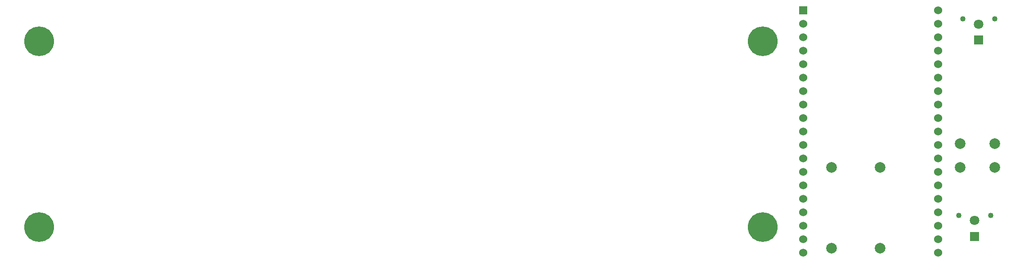
<source format=gbs>
%TF.GenerationSoftware,KiCad,Pcbnew,(7.0.0)*%
%TF.CreationDate,2023-08-23T12:35:55+05:30*%
%TF.ProjectId,X1A51B8-v1,58314135-3142-4382-9d76-312e6b696361,rev?*%
%TF.SameCoordinates,Original*%
%TF.FileFunction,Soldermask,Bot*%
%TF.FilePolarity,Negative*%
%FSLAX46Y46*%
G04 Gerber Fmt 4.6, Leading zero omitted, Abs format (unit mm)*
G04 Created by KiCad (PCBNEW (7.0.0)) date 2023-08-23 12:35:55*
%MOMM*%
%LPD*%
G01*
G04 APERTURE LIST*
%ADD10C,5.600000*%
%ADD11R,1.530000X1.530000*%
%ADD12C,1.530000*%
%ADD13C,2.000000*%
%ADD14C,1.020000*%
%ADD15R,1.800000X1.800000*%
%ADD16C,1.800000*%
G04 APERTURE END LIST*
D10*
%TO.C,REF\u002A\u002A*%
X83750000Y-113030000D03*
%TD*%
%TO.C,REF\u002A\u002A*%
X219964000Y-77978000D03*
%TD*%
D11*
%TO.C,U1*%
X227583999Y-72145999D03*
D12*
X227584000Y-74686000D03*
X227584000Y-77226000D03*
X227584000Y-79766000D03*
X227584000Y-82306000D03*
X227584000Y-84846000D03*
X227584000Y-87386000D03*
X227584000Y-89926000D03*
X227584000Y-92466000D03*
X227584000Y-95006000D03*
X227584000Y-97546000D03*
X227584000Y-100086000D03*
X227584000Y-102626000D03*
X227584000Y-105166000D03*
X227584000Y-107706000D03*
X227584000Y-110246000D03*
X227584000Y-112786000D03*
X227584000Y-115326000D03*
X227584000Y-117866000D03*
X252984000Y-117866000D03*
X252984000Y-115326000D03*
X252984000Y-112786000D03*
X252984000Y-110246000D03*
X252984000Y-107706000D03*
X252984000Y-105166000D03*
X252984000Y-102626000D03*
X252984000Y-100086000D03*
X252984000Y-97546000D03*
X252984000Y-95006000D03*
X252984000Y-92466000D03*
X252984000Y-89926000D03*
X252984000Y-87386000D03*
X252984000Y-84846000D03*
X252984000Y-82306000D03*
X252984000Y-79766000D03*
X252984000Y-77226000D03*
X252984000Y-74686000D03*
X252984000Y-72146000D03*
%TD*%
D10*
%TO.C,REF\u002A\u002A*%
X219964000Y-113030000D03*
%TD*%
D13*
%TO.C,J3*%
X232943400Y-117053200D03*
X242087400Y-117053200D03*
X232943400Y-101813200D03*
X242087400Y-101813200D03*
%TD*%
%TO.C,SW1*%
X257100000Y-97318000D03*
X263600000Y-97318000D03*
X257100000Y-101818000D03*
X263600000Y-101818000D03*
%TD*%
D14*
%TO.C,J1*%
X257604000Y-73794000D03*
X263604000Y-73794000D03*
D15*
X260603999Y-77733999D03*
D16*
X260604000Y-74734000D03*
%TD*%
D14*
%TO.C,J2*%
X256842000Y-110868000D03*
X262842000Y-110868000D03*
D15*
X259841999Y-114807999D03*
D16*
X259842000Y-111808000D03*
%TD*%
D10*
%TO.C,REF\u002A\u002A*%
X83750000Y-77978000D03*
%TD*%
M02*

</source>
